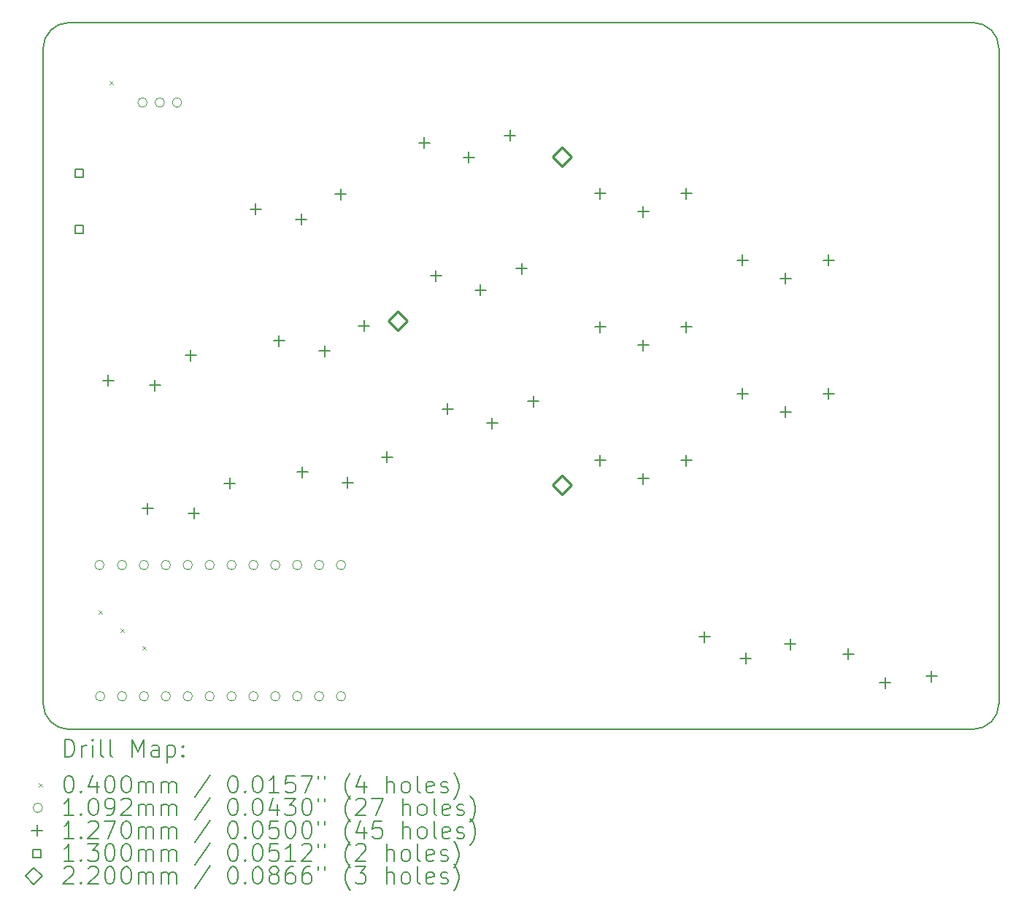
<source format=gbr>
%FSLAX45Y45*%
G04 Gerber Fmt 4.5, Leading zero omitted, Abs format (unit mm)*
G04 Created by KiCad (PCBNEW (6.0.4-0)) date 2022-06-15 11:12:56*
%MOMM*%
%LPD*%
G01*
G04 APERTURE LIST*
%TA.AperFunction,Profile*%
%ADD10C,0.150000*%
%TD*%
%ADD11C,0.200000*%
%ADD12C,0.040000*%
%ADD13C,0.109220*%
%ADD14C,0.127000*%
%ADD15C,0.130000*%
%ADD16C,0.220000*%
G04 APERTURE END LIST*
D10*
X19450634Y-5704187D02*
X29937965Y-5704187D01*
X30237973Y-6004187D02*
G75*
G03*
X29937965Y-5704187I-300003J-3D01*
G01*
X29937965Y-13909590D02*
X19450634Y-13909590D01*
X30237965Y-6004187D02*
X30237965Y-13609590D01*
X29937965Y-13909585D02*
G75*
G03*
X30237965Y-13609590I5J299995D01*
G01*
X19150640Y-13609590D02*
G75*
G03*
X19450634Y-13909590I299990J-10D01*
G01*
X19450634Y-5704184D02*
G75*
G03*
X19150634Y-6004187I6J-300006D01*
G01*
X19150634Y-13609590D02*
X19150634Y-6004187D01*
D11*
D12*
X19792000Y-12527600D02*
X19832000Y-12567600D01*
X19832000Y-12527600D02*
X19792000Y-12567600D01*
X19920906Y-6381347D02*
X19960906Y-6421347D01*
X19960906Y-6381347D02*
X19920906Y-6421347D01*
X20046000Y-12743500D02*
X20086000Y-12783500D01*
X20086000Y-12743500D02*
X20046000Y-12783500D01*
X20300000Y-12946700D02*
X20340000Y-12986700D01*
X20340000Y-12946700D02*
X20300000Y-12986700D01*
D13*
X19858235Y-12001500D02*
G75*
G03*
X19858235Y-12001500I-54610J0D01*
G01*
X19866610Y-13525500D02*
G75*
G03*
X19866610Y-13525500I-54610J0D01*
G01*
X20120610Y-12001500D02*
G75*
G03*
X20120610Y-12001500I-54610J0D01*
G01*
X20120610Y-13525500D02*
G75*
G03*
X20120610Y-13525500I-54610J0D01*
G01*
X20358145Y-6632412D02*
G75*
G03*
X20358145Y-6632412I-54610J0D01*
G01*
X20374610Y-12001500D02*
G75*
G03*
X20374610Y-12001500I-54610J0D01*
G01*
X20374610Y-13525500D02*
G75*
G03*
X20374610Y-13525500I-54610J0D01*
G01*
X20558145Y-6632412D02*
G75*
G03*
X20558145Y-6632412I-54610J0D01*
G01*
X20628610Y-12001500D02*
G75*
G03*
X20628610Y-12001500I-54610J0D01*
G01*
X20628610Y-13525500D02*
G75*
G03*
X20628610Y-13525500I-54610J0D01*
G01*
X20758145Y-6632412D02*
G75*
G03*
X20758145Y-6632412I-54610J0D01*
G01*
X20882610Y-12001500D02*
G75*
G03*
X20882610Y-12001500I-54610J0D01*
G01*
X20882610Y-13525500D02*
G75*
G03*
X20882610Y-13525500I-54610J0D01*
G01*
X21136610Y-12001500D02*
G75*
G03*
X21136610Y-12001500I-54610J0D01*
G01*
X21136610Y-13525500D02*
G75*
G03*
X21136610Y-13525500I-54610J0D01*
G01*
X21390610Y-12001500D02*
G75*
G03*
X21390610Y-12001500I-54610J0D01*
G01*
X21390610Y-13525500D02*
G75*
G03*
X21390610Y-13525500I-54610J0D01*
G01*
X21644610Y-12001500D02*
G75*
G03*
X21644610Y-12001500I-54610J0D01*
G01*
X21644610Y-13525500D02*
G75*
G03*
X21644610Y-13525500I-54610J0D01*
G01*
X21898610Y-12001500D02*
G75*
G03*
X21898610Y-12001500I-54610J0D01*
G01*
X21898610Y-13525500D02*
G75*
G03*
X21898610Y-13525500I-54610J0D01*
G01*
X22152610Y-12001500D02*
G75*
G03*
X22152610Y-12001500I-54610J0D01*
G01*
X22152610Y-13525500D02*
G75*
G03*
X22152610Y-13525500I-54610J0D01*
G01*
X22406610Y-12001500D02*
G75*
G03*
X22406610Y-12001500I-54610J0D01*
G01*
X22406610Y-13525500D02*
G75*
G03*
X22406610Y-13525500I-54610J0D01*
G01*
X22660610Y-12001500D02*
G75*
G03*
X22660610Y-12001500I-54610J0D01*
G01*
X22660610Y-13525500D02*
G75*
G03*
X22660610Y-13525500I-54610J0D01*
G01*
D14*
X19907392Y-9797797D02*
X19907392Y-9924797D01*
X19843892Y-9861297D02*
X19970892Y-9861297D01*
X20360568Y-11280069D02*
X20360568Y-11407069D01*
X20297068Y-11343569D02*
X20424068Y-11343569D01*
X20446942Y-9852435D02*
X20446942Y-9979435D01*
X20383442Y-9915935D02*
X20510442Y-9915935D01*
X20863697Y-9505425D02*
X20863697Y-9632425D01*
X20800197Y-9568925D02*
X20927197Y-9568925D01*
X20900119Y-11334707D02*
X20900119Y-11461707D01*
X20836619Y-11398207D02*
X20963619Y-11398207D01*
X21316873Y-10987697D02*
X21316873Y-11114697D01*
X21253373Y-11051197D02*
X21380373Y-11051197D01*
X21617360Y-7806660D02*
X21617360Y-7933660D01*
X21553860Y-7870160D02*
X21680860Y-7870160D01*
X21886515Y-9333112D02*
X21886515Y-9460112D01*
X21823015Y-9396612D02*
X21950015Y-9396612D01*
X22146230Y-7926646D02*
X22146230Y-8053646D01*
X22082730Y-7990146D02*
X22209730Y-7990146D01*
X22155670Y-10859564D02*
X22155670Y-10986564D01*
X22092170Y-10923064D02*
X22219170Y-10923064D01*
X22415385Y-9453098D02*
X22415385Y-9580098D01*
X22351885Y-9516598D02*
X22478885Y-9516598D01*
X22602168Y-7633012D02*
X22602168Y-7760012D01*
X22538668Y-7696512D02*
X22665668Y-7696512D01*
X22684540Y-10979550D02*
X22684540Y-11106550D01*
X22621040Y-11043050D02*
X22748040Y-11043050D01*
X22871323Y-9159464D02*
X22871323Y-9286464D01*
X22807823Y-9222964D02*
X22934823Y-9222964D01*
X23140477Y-10685916D02*
X23140477Y-10812916D01*
X23076977Y-10749416D02*
X23203977Y-10749416D01*
X23572245Y-7037834D02*
X23572245Y-7164834D01*
X23508745Y-7101334D02*
X23635745Y-7101334D01*
X23707336Y-8581936D02*
X23707336Y-8708936D01*
X23643836Y-8645436D02*
X23770836Y-8645436D01*
X23842428Y-10126038D02*
X23842428Y-10253038D01*
X23778928Y-10189538D02*
X23905928Y-10189538D01*
X24088645Y-7203457D02*
X24088645Y-7330457D01*
X24025145Y-7266957D02*
X24152145Y-7266957D01*
X24223737Y-8747559D02*
X24223737Y-8874559D01*
X24160237Y-8811059D02*
X24287237Y-8811059D01*
X24358828Y-10291661D02*
X24358828Y-10418661D01*
X24295328Y-10355161D02*
X24422328Y-10355161D01*
X24568440Y-6950679D02*
X24568440Y-7077679D01*
X24504940Y-7014179D02*
X24631940Y-7014179D01*
X24703531Y-8494781D02*
X24703531Y-8621781D01*
X24640031Y-8558281D02*
X24767031Y-8558281D01*
X24838623Y-10038882D02*
X24838623Y-10165882D01*
X24775123Y-10102382D02*
X24902123Y-10102382D01*
X25611200Y-7624700D02*
X25611200Y-7751700D01*
X25547700Y-7688200D02*
X25674700Y-7688200D01*
X25611200Y-9174700D02*
X25611200Y-9301700D01*
X25547700Y-9238200D02*
X25674700Y-9238200D01*
X25611200Y-10724700D02*
X25611200Y-10851700D01*
X25547700Y-10788200D02*
X25674700Y-10788200D01*
X26111200Y-7834700D02*
X26111200Y-7961700D01*
X26047700Y-7898200D02*
X26174700Y-7898200D01*
X26111200Y-9384700D02*
X26111200Y-9511700D01*
X26047700Y-9448200D02*
X26174700Y-9448200D01*
X26111200Y-10934700D02*
X26111200Y-11061700D01*
X26047700Y-10998200D02*
X26174700Y-10998200D01*
X26611200Y-7624700D02*
X26611200Y-7751700D01*
X26547700Y-7688200D02*
X26674700Y-7688200D01*
X26611200Y-9174700D02*
X26611200Y-9301700D01*
X26547700Y-9238200D02*
X26674700Y-9238200D01*
X26611200Y-10724700D02*
X26611200Y-10851700D01*
X26547700Y-10788200D02*
X26674700Y-10788200D01*
X26821881Y-12770482D02*
X26821881Y-12897482D01*
X26758381Y-12833982D02*
X26885381Y-12833982D01*
X27261200Y-8399700D02*
X27261200Y-8526700D01*
X27197700Y-8463200D02*
X27324700Y-8463200D01*
X27261200Y-9949700D02*
X27261200Y-10076700D01*
X27197700Y-10013200D02*
X27324700Y-10013200D01*
X27301676Y-13023261D02*
X27301676Y-13150261D01*
X27238176Y-13086761D02*
X27365176Y-13086761D01*
X27761200Y-8609700D02*
X27761200Y-8736700D01*
X27697700Y-8673200D02*
X27824700Y-8673200D01*
X27761200Y-10159700D02*
X27761200Y-10286700D01*
X27697700Y-10223200D02*
X27824700Y-10223200D01*
X27818076Y-12857638D02*
X27818076Y-12984638D01*
X27754576Y-12921138D02*
X27881576Y-12921138D01*
X28261200Y-8399700D02*
X28261200Y-8526700D01*
X28197700Y-8463200D02*
X28324700Y-8463200D01*
X28261200Y-9949700D02*
X28261200Y-10076700D01*
X28197700Y-10013200D02*
X28324700Y-10013200D01*
X28489178Y-12971059D02*
X28489178Y-13098059D01*
X28425678Y-13034559D02*
X28552678Y-13034559D01*
X28917789Y-13303313D02*
X28917789Y-13430313D01*
X28854289Y-13366813D02*
X28981289Y-13366813D01*
X29455104Y-13229878D02*
X29455104Y-13356878D01*
X29391604Y-13293378D02*
X29518604Y-13293378D01*
D15*
X19616662Y-7500862D02*
X19616662Y-7408938D01*
X19524738Y-7408938D01*
X19524738Y-7500862D01*
X19616662Y-7500862D01*
X19616662Y-8150862D02*
X19616662Y-8058938D01*
X19524738Y-8058938D01*
X19524738Y-8150862D01*
X19616662Y-8150862D01*
D16*
X23266400Y-9279400D02*
X23376400Y-9169400D01*
X23266400Y-9059400D01*
X23156400Y-9169400D01*
X23266400Y-9279400D01*
X25171400Y-7374400D02*
X25281400Y-7264400D01*
X25171400Y-7154400D01*
X25061400Y-7264400D01*
X25171400Y-7374400D01*
X25171400Y-11184400D02*
X25281400Y-11074400D01*
X25171400Y-10964400D01*
X25061400Y-11074400D01*
X25171400Y-11184400D01*
D11*
X19400753Y-14227566D02*
X19400753Y-14027566D01*
X19448372Y-14027566D01*
X19476944Y-14037090D01*
X19495991Y-14056137D01*
X19505515Y-14075185D01*
X19515039Y-14113280D01*
X19515039Y-14141852D01*
X19505515Y-14179947D01*
X19495991Y-14198995D01*
X19476944Y-14218042D01*
X19448372Y-14227566D01*
X19400753Y-14227566D01*
X19600753Y-14227566D02*
X19600753Y-14094233D01*
X19600753Y-14132328D02*
X19610277Y-14113280D01*
X19619801Y-14103756D01*
X19638849Y-14094233D01*
X19657896Y-14094233D01*
X19724563Y-14227566D02*
X19724563Y-14094233D01*
X19724563Y-14027566D02*
X19715039Y-14037090D01*
X19724563Y-14046614D01*
X19734087Y-14037090D01*
X19724563Y-14027566D01*
X19724563Y-14046614D01*
X19848372Y-14227566D02*
X19829325Y-14218042D01*
X19819801Y-14198995D01*
X19819801Y-14027566D01*
X19953134Y-14227566D02*
X19934087Y-14218042D01*
X19924563Y-14198995D01*
X19924563Y-14027566D01*
X20181706Y-14227566D02*
X20181706Y-14027566D01*
X20248372Y-14170423D01*
X20315039Y-14027566D01*
X20315039Y-14227566D01*
X20495991Y-14227566D02*
X20495991Y-14122804D01*
X20486468Y-14103756D01*
X20467420Y-14094233D01*
X20429325Y-14094233D01*
X20410277Y-14103756D01*
X20495991Y-14218042D02*
X20476944Y-14227566D01*
X20429325Y-14227566D01*
X20410277Y-14218042D01*
X20400753Y-14198995D01*
X20400753Y-14179947D01*
X20410277Y-14160899D01*
X20429325Y-14151376D01*
X20476944Y-14151376D01*
X20495991Y-14141852D01*
X20591230Y-14094233D02*
X20591230Y-14294233D01*
X20591230Y-14103756D02*
X20610277Y-14094233D01*
X20648372Y-14094233D01*
X20667420Y-14103756D01*
X20676944Y-14113280D01*
X20686468Y-14132328D01*
X20686468Y-14189471D01*
X20676944Y-14208518D01*
X20667420Y-14218042D01*
X20648372Y-14227566D01*
X20610277Y-14227566D01*
X20591230Y-14218042D01*
X20772182Y-14208518D02*
X20781706Y-14218042D01*
X20772182Y-14227566D01*
X20762658Y-14218042D01*
X20772182Y-14208518D01*
X20772182Y-14227566D01*
X20772182Y-14103756D02*
X20781706Y-14113280D01*
X20772182Y-14122804D01*
X20762658Y-14113280D01*
X20772182Y-14103756D01*
X20772182Y-14122804D01*
D12*
X19103134Y-14537090D02*
X19143134Y-14577090D01*
X19143134Y-14537090D02*
X19103134Y-14577090D01*
D11*
X19438849Y-14447566D02*
X19457896Y-14447566D01*
X19476944Y-14457090D01*
X19486468Y-14466614D01*
X19495991Y-14485661D01*
X19505515Y-14523756D01*
X19505515Y-14571376D01*
X19495991Y-14609471D01*
X19486468Y-14628518D01*
X19476944Y-14638042D01*
X19457896Y-14647566D01*
X19438849Y-14647566D01*
X19419801Y-14638042D01*
X19410277Y-14628518D01*
X19400753Y-14609471D01*
X19391230Y-14571376D01*
X19391230Y-14523756D01*
X19400753Y-14485661D01*
X19410277Y-14466614D01*
X19419801Y-14457090D01*
X19438849Y-14447566D01*
X19591230Y-14628518D02*
X19600753Y-14638042D01*
X19591230Y-14647566D01*
X19581706Y-14638042D01*
X19591230Y-14628518D01*
X19591230Y-14647566D01*
X19772182Y-14514233D02*
X19772182Y-14647566D01*
X19724563Y-14438042D02*
X19676944Y-14580899D01*
X19800753Y-14580899D01*
X19915039Y-14447566D02*
X19934087Y-14447566D01*
X19953134Y-14457090D01*
X19962658Y-14466614D01*
X19972182Y-14485661D01*
X19981706Y-14523756D01*
X19981706Y-14571376D01*
X19972182Y-14609471D01*
X19962658Y-14628518D01*
X19953134Y-14638042D01*
X19934087Y-14647566D01*
X19915039Y-14647566D01*
X19895991Y-14638042D01*
X19886468Y-14628518D01*
X19876944Y-14609471D01*
X19867420Y-14571376D01*
X19867420Y-14523756D01*
X19876944Y-14485661D01*
X19886468Y-14466614D01*
X19895991Y-14457090D01*
X19915039Y-14447566D01*
X20105515Y-14447566D02*
X20124563Y-14447566D01*
X20143610Y-14457090D01*
X20153134Y-14466614D01*
X20162658Y-14485661D01*
X20172182Y-14523756D01*
X20172182Y-14571376D01*
X20162658Y-14609471D01*
X20153134Y-14628518D01*
X20143610Y-14638042D01*
X20124563Y-14647566D01*
X20105515Y-14647566D01*
X20086468Y-14638042D01*
X20076944Y-14628518D01*
X20067420Y-14609471D01*
X20057896Y-14571376D01*
X20057896Y-14523756D01*
X20067420Y-14485661D01*
X20076944Y-14466614D01*
X20086468Y-14457090D01*
X20105515Y-14447566D01*
X20257896Y-14647566D02*
X20257896Y-14514233D01*
X20257896Y-14533280D02*
X20267420Y-14523756D01*
X20286468Y-14514233D01*
X20315039Y-14514233D01*
X20334087Y-14523756D01*
X20343610Y-14542804D01*
X20343610Y-14647566D01*
X20343610Y-14542804D02*
X20353134Y-14523756D01*
X20372182Y-14514233D01*
X20400753Y-14514233D01*
X20419801Y-14523756D01*
X20429325Y-14542804D01*
X20429325Y-14647566D01*
X20524563Y-14647566D02*
X20524563Y-14514233D01*
X20524563Y-14533280D02*
X20534087Y-14523756D01*
X20553134Y-14514233D01*
X20581706Y-14514233D01*
X20600753Y-14523756D01*
X20610277Y-14542804D01*
X20610277Y-14647566D01*
X20610277Y-14542804D02*
X20619801Y-14523756D01*
X20638849Y-14514233D01*
X20667420Y-14514233D01*
X20686468Y-14523756D01*
X20695991Y-14542804D01*
X20695991Y-14647566D01*
X21086468Y-14438042D02*
X20915039Y-14695185D01*
X21343610Y-14447566D02*
X21362658Y-14447566D01*
X21381706Y-14457090D01*
X21391230Y-14466614D01*
X21400753Y-14485661D01*
X21410277Y-14523756D01*
X21410277Y-14571376D01*
X21400753Y-14609471D01*
X21391230Y-14628518D01*
X21381706Y-14638042D01*
X21362658Y-14647566D01*
X21343610Y-14647566D01*
X21324563Y-14638042D01*
X21315039Y-14628518D01*
X21305515Y-14609471D01*
X21295991Y-14571376D01*
X21295991Y-14523756D01*
X21305515Y-14485661D01*
X21315039Y-14466614D01*
X21324563Y-14457090D01*
X21343610Y-14447566D01*
X21495991Y-14628518D02*
X21505515Y-14638042D01*
X21495991Y-14647566D01*
X21486468Y-14638042D01*
X21495991Y-14628518D01*
X21495991Y-14647566D01*
X21629325Y-14447566D02*
X21648372Y-14447566D01*
X21667420Y-14457090D01*
X21676944Y-14466614D01*
X21686468Y-14485661D01*
X21695991Y-14523756D01*
X21695991Y-14571376D01*
X21686468Y-14609471D01*
X21676944Y-14628518D01*
X21667420Y-14638042D01*
X21648372Y-14647566D01*
X21629325Y-14647566D01*
X21610277Y-14638042D01*
X21600753Y-14628518D01*
X21591230Y-14609471D01*
X21581706Y-14571376D01*
X21581706Y-14523756D01*
X21591230Y-14485661D01*
X21600753Y-14466614D01*
X21610277Y-14457090D01*
X21629325Y-14447566D01*
X21886468Y-14647566D02*
X21772182Y-14647566D01*
X21829325Y-14647566D02*
X21829325Y-14447566D01*
X21810277Y-14476137D01*
X21791230Y-14495185D01*
X21772182Y-14504709D01*
X22067420Y-14447566D02*
X21972182Y-14447566D01*
X21962658Y-14542804D01*
X21972182Y-14533280D01*
X21991230Y-14523756D01*
X22038849Y-14523756D01*
X22057896Y-14533280D01*
X22067420Y-14542804D01*
X22076944Y-14561852D01*
X22076944Y-14609471D01*
X22067420Y-14628518D01*
X22057896Y-14638042D01*
X22038849Y-14647566D01*
X21991230Y-14647566D01*
X21972182Y-14638042D01*
X21962658Y-14628518D01*
X22143610Y-14447566D02*
X22276944Y-14447566D01*
X22191230Y-14647566D01*
X22343610Y-14447566D02*
X22343610Y-14485661D01*
X22419801Y-14447566D02*
X22419801Y-14485661D01*
X22715039Y-14723756D02*
X22705515Y-14714233D01*
X22686468Y-14685661D01*
X22676944Y-14666614D01*
X22667420Y-14638042D01*
X22657896Y-14590423D01*
X22657896Y-14552328D01*
X22667420Y-14504709D01*
X22676944Y-14476137D01*
X22686468Y-14457090D01*
X22705515Y-14428518D01*
X22715039Y-14418995D01*
X22876944Y-14514233D02*
X22876944Y-14647566D01*
X22829325Y-14438042D02*
X22781706Y-14580899D01*
X22905515Y-14580899D01*
X23134087Y-14647566D02*
X23134087Y-14447566D01*
X23219801Y-14647566D02*
X23219801Y-14542804D01*
X23210277Y-14523756D01*
X23191229Y-14514233D01*
X23162658Y-14514233D01*
X23143610Y-14523756D01*
X23134087Y-14533280D01*
X23343610Y-14647566D02*
X23324563Y-14638042D01*
X23315039Y-14628518D01*
X23305515Y-14609471D01*
X23305515Y-14552328D01*
X23315039Y-14533280D01*
X23324563Y-14523756D01*
X23343610Y-14514233D01*
X23372182Y-14514233D01*
X23391229Y-14523756D01*
X23400753Y-14533280D01*
X23410277Y-14552328D01*
X23410277Y-14609471D01*
X23400753Y-14628518D01*
X23391229Y-14638042D01*
X23372182Y-14647566D01*
X23343610Y-14647566D01*
X23524563Y-14647566D02*
X23505515Y-14638042D01*
X23495991Y-14618995D01*
X23495991Y-14447566D01*
X23676944Y-14638042D02*
X23657896Y-14647566D01*
X23619801Y-14647566D01*
X23600753Y-14638042D01*
X23591229Y-14618995D01*
X23591229Y-14542804D01*
X23600753Y-14523756D01*
X23619801Y-14514233D01*
X23657896Y-14514233D01*
X23676944Y-14523756D01*
X23686468Y-14542804D01*
X23686468Y-14561852D01*
X23591229Y-14580899D01*
X23762658Y-14638042D02*
X23781706Y-14647566D01*
X23819801Y-14647566D01*
X23838848Y-14638042D01*
X23848372Y-14618995D01*
X23848372Y-14609471D01*
X23838848Y-14590423D01*
X23819801Y-14580899D01*
X23791229Y-14580899D01*
X23772182Y-14571376D01*
X23762658Y-14552328D01*
X23762658Y-14542804D01*
X23772182Y-14523756D01*
X23791229Y-14514233D01*
X23819801Y-14514233D01*
X23838848Y-14523756D01*
X23915039Y-14723756D02*
X23924563Y-14714233D01*
X23943610Y-14685661D01*
X23953134Y-14666614D01*
X23962658Y-14638042D01*
X23972182Y-14590423D01*
X23972182Y-14552328D01*
X23962658Y-14504709D01*
X23953134Y-14476137D01*
X23943610Y-14457090D01*
X23924563Y-14428518D01*
X23915039Y-14418995D01*
D13*
X19143134Y-14821090D02*
G75*
G03*
X19143134Y-14821090I-54610J0D01*
G01*
D11*
X19505515Y-14911566D02*
X19391230Y-14911566D01*
X19448372Y-14911566D02*
X19448372Y-14711566D01*
X19429325Y-14740137D01*
X19410277Y-14759185D01*
X19391230Y-14768709D01*
X19591230Y-14892518D02*
X19600753Y-14902042D01*
X19591230Y-14911566D01*
X19581706Y-14902042D01*
X19591230Y-14892518D01*
X19591230Y-14911566D01*
X19724563Y-14711566D02*
X19743610Y-14711566D01*
X19762658Y-14721090D01*
X19772182Y-14730614D01*
X19781706Y-14749661D01*
X19791230Y-14787756D01*
X19791230Y-14835376D01*
X19781706Y-14873471D01*
X19772182Y-14892518D01*
X19762658Y-14902042D01*
X19743610Y-14911566D01*
X19724563Y-14911566D01*
X19705515Y-14902042D01*
X19695991Y-14892518D01*
X19686468Y-14873471D01*
X19676944Y-14835376D01*
X19676944Y-14787756D01*
X19686468Y-14749661D01*
X19695991Y-14730614D01*
X19705515Y-14721090D01*
X19724563Y-14711566D01*
X19886468Y-14911566D02*
X19924563Y-14911566D01*
X19943610Y-14902042D01*
X19953134Y-14892518D01*
X19972182Y-14863947D01*
X19981706Y-14825852D01*
X19981706Y-14749661D01*
X19972182Y-14730614D01*
X19962658Y-14721090D01*
X19943610Y-14711566D01*
X19905515Y-14711566D01*
X19886468Y-14721090D01*
X19876944Y-14730614D01*
X19867420Y-14749661D01*
X19867420Y-14797280D01*
X19876944Y-14816328D01*
X19886468Y-14825852D01*
X19905515Y-14835376D01*
X19943610Y-14835376D01*
X19962658Y-14825852D01*
X19972182Y-14816328D01*
X19981706Y-14797280D01*
X20057896Y-14730614D02*
X20067420Y-14721090D01*
X20086468Y-14711566D01*
X20134087Y-14711566D01*
X20153134Y-14721090D01*
X20162658Y-14730614D01*
X20172182Y-14749661D01*
X20172182Y-14768709D01*
X20162658Y-14797280D01*
X20048372Y-14911566D01*
X20172182Y-14911566D01*
X20257896Y-14911566D02*
X20257896Y-14778233D01*
X20257896Y-14797280D02*
X20267420Y-14787756D01*
X20286468Y-14778233D01*
X20315039Y-14778233D01*
X20334087Y-14787756D01*
X20343610Y-14806804D01*
X20343610Y-14911566D01*
X20343610Y-14806804D02*
X20353134Y-14787756D01*
X20372182Y-14778233D01*
X20400753Y-14778233D01*
X20419801Y-14787756D01*
X20429325Y-14806804D01*
X20429325Y-14911566D01*
X20524563Y-14911566D02*
X20524563Y-14778233D01*
X20524563Y-14797280D02*
X20534087Y-14787756D01*
X20553134Y-14778233D01*
X20581706Y-14778233D01*
X20600753Y-14787756D01*
X20610277Y-14806804D01*
X20610277Y-14911566D01*
X20610277Y-14806804D02*
X20619801Y-14787756D01*
X20638849Y-14778233D01*
X20667420Y-14778233D01*
X20686468Y-14787756D01*
X20695991Y-14806804D01*
X20695991Y-14911566D01*
X21086468Y-14702042D02*
X20915039Y-14959185D01*
X21343610Y-14711566D02*
X21362658Y-14711566D01*
X21381706Y-14721090D01*
X21391230Y-14730614D01*
X21400753Y-14749661D01*
X21410277Y-14787756D01*
X21410277Y-14835376D01*
X21400753Y-14873471D01*
X21391230Y-14892518D01*
X21381706Y-14902042D01*
X21362658Y-14911566D01*
X21343610Y-14911566D01*
X21324563Y-14902042D01*
X21315039Y-14892518D01*
X21305515Y-14873471D01*
X21295991Y-14835376D01*
X21295991Y-14787756D01*
X21305515Y-14749661D01*
X21315039Y-14730614D01*
X21324563Y-14721090D01*
X21343610Y-14711566D01*
X21495991Y-14892518D02*
X21505515Y-14902042D01*
X21495991Y-14911566D01*
X21486468Y-14902042D01*
X21495991Y-14892518D01*
X21495991Y-14911566D01*
X21629325Y-14711566D02*
X21648372Y-14711566D01*
X21667420Y-14721090D01*
X21676944Y-14730614D01*
X21686468Y-14749661D01*
X21695991Y-14787756D01*
X21695991Y-14835376D01*
X21686468Y-14873471D01*
X21676944Y-14892518D01*
X21667420Y-14902042D01*
X21648372Y-14911566D01*
X21629325Y-14911566D01*
X21610277Y-14902042D01*
X21600753Y-14892518D01*
X21591230Y-14873471D01*
X21581706Y-14835376D01*
X21581706Y-14787756D01*
X21591230Y-14749661D01*
X21600753Y-14730614D01*
X21610277Y-14721090D01*
X21629325Y-14711566D01*
X21867420Y-14778233D02*
X21867420Y-14911566D01*
X21819801Y-14702042D02*
X21772182Y-14844899D01*
X21895991Y-14844899D01*
X21953134Y-14711566D02*
X22076944Y-14711566D01*
X22010277Y-14787756D01*
X22038849Y-14787756D01*
X22057896Y-14797280D01*
X22067420Y-14806804D01*
X22076944Y-14825852D01*
X22076944Y-14873471D01*
X22067420Y-14892518D01*
X22057896Y-14902042D01*
X22038849Y-14911566D01*
X21981706Y-14911566D01*
X21962658Y-14902042D01*
X21953134Y-14892518D01*
X22200753Y-14711566D02*
X22219801Y-14711566D01*
X22238849Y-14721090D01*
X22248372Y-14730614D01*
X22257896Y-14749661D01*
X22267420Y-14787756D01*
X22267420Y-14835376D01*
X22257896Y-14873471D01*
X22248372Y-14892518D01*
X22238849Y-14902042D01*
X22219801Y-14911566D01*
X22200753Y-14911566D01*
X22181706Y-14902042D01*
X22172182Y-14892518D01*
X22162658Y-14873471D01*
X22153134Y-14835376D01*
X22153134Y-14787756D01*
X22162658Y-14749661D01*
X22172182Y-14730614D01*
X22181706Y-14721090D01*
X22200753Y-14711566D01*
X22343610Y-14711566D02*
X22343610Y-14749661D01*
X22419801Y-14711566D02*
X22419801Y-14749661D01*
X22715039Y-14987756D02*
X22705515Y-14978233D01*
X22686468Y-14949661D01*
X22676944Y-14930614D01*
X22667420Y-14902042D01*
X22657896Y-14854423D01*
X22657896Y-14816328D01*
X22667420Y-14768709D01*
X22676944Y-14740137D01*
X22686468Y-14721090D01*
X22705515Y-14692518D01*
X22715039Y-14682995D01*
X22781706Y-14730614D02*
X22791229Y-14721090D01*
X22810277Y-14711566D01*
X22857896Y-14711566D01*
X22876944Y-14721090D01*
X22886468Y-14730614D01*
X22895991Y-14749661D01*
X22895991Y-14768709D01*
X22886468Y-14797280D01*
X22772182Y-14911566D01*
X22895991Y-14911566D01*
X22962658Y-14711566D02*
X23095991Y-14711566D01*
X23010277Y-14911566D01*
X23324563Y-14911566D02*
X23324563Y-14711566D01*
X23410277Y-14911566D02*
X23410277Y-14806804D01*
X23400753Y-14787756D01*
X23381706Y-14778233D01*
X23353134Y-14778233D01*
X23334087Y-14787756D01*
X23324563Y-14797280D01*
X23534087Y-14911566D02*
X23515039Y-14902042D01*
X23505515Y-14892518D01*
X23495991Y-14873471D01*
X23495991Y-14816328D01*
X23505515Y-14797280D01*
X23515039Y-14787756D01*
X23534087Y-14778233D01*
X23562658Y-14778233D01*
X23581706Y-14787756D01*
X23591229Y-14797280D01*
X23600753Y-14816328D01*
X23600753Y-14873471D01*
X23591229Y-14892518D01*
X23581706Y-14902042D01*
X23562658Y-14911566D01*
X23534087Y-14911566D01*
X23715039Y-14911566D02*
X23695991Y-14902042D01*
X23686468Y-14882995D01*
X23686468Y-14711566D01*
X23867420Y-14902042D02*
X23848372Y-14911566D01*
X23810277Y-14911566D01*
X23791229Y-14902042D01*
X23781706Y-14882995D01*
X23781706Y-14806804D01*
X23791229Y-14787756D01*
X23810277Y-14778233D01*
X23848372Y-14778233D01*
X23867420Y-14787756D01*
X23876944Y-14806804D01*
X23876944Y-14825852D01*
X23781706Y-14844899D01*
X23953134Y-14902042D02*
X23972182Y-14911566D01*
X24010277Y-14911566D01*
X24029325Y-14902042D01*
X24038848Y-14882995D01*
X24038848Y-14873471D01*
X24029325Y-14854423D01*
X24010277Y-14844899D01*
X23981706Y-14844899D01*
X23962658Y-14835376D01*
X23953134Y-14816328D01*
X23953134Y-14806804D01*
X23962658Y-14787756D01*
X23981706Y-14778233D01*
X24010277Y-14778233D01*
X24029325Y-14787756D01*
X24105515Y-14987756D02*
X24115039Y-14978233D01*
X24134087Y-14949661D01*
X24143610Y-14930614D01*
X24153134Y-14902042D01*
X24162658Y-14854423D01*
X24162658Y-14816328D01*
X24153134Y-14768709D01*
X24143610Y-14740137D01*
X24134087Y-14721090D01*
X24115039Y-14692518D01*
X24105515Y-14682995D01*
D14*
X19079634Y-15021590D02*
X19079634Y-15148590D01*
X19016134Y-15085090D02*
X19143134Y-15085090D01*
D11*
X19505515Y-15175566D02*
X19391230Y-15175566D01*
X19448372Y-15175566D02*
X19448372Y-14975566D01*
X19429325Y-15004137D01*
X19410277Y-15023185D01*
X19391230Y-15032709D01*
X19591230Y-15156518D02*
X19600753Y-15166042D01*
X19591230Y-15175566D01*
X19581706Y-15166042D01*
X19591230Y-15156518D01*
X19591230Y-15175566D01*
X19676944Y-14994614D02*
X19686468Y-14985090D01*
X19705515Y-14975566D01*
X19753134Y-14975566D01*
X19772182Y-14985090D01*
X19781706Y-14994614D01*
X19791230Y-15013661D01*
X19791230Y-15032709D01*
X19781706Y-15061280D01*
X19667420Y-15175566D01*
X19791230Y-15175566D01*
X19857896Y-14975566D02*
X19991230Y-14975566D01*
X19905515Y-15175566D01*
X20105515Y-14975566D02*
X20124563Y-14975566D01*
X20143610Y-14985090D01*
X20153134Y-14994614D01*
X20162658Y-15013661D01*
X20172182Y-15051756D01*
X20172182Y-15099376D01*
X20162658Y-15137471D01*
X20153134Y-15156518D01*
X20143610Y-15166042D01*
X20124563Y-15175566D01*
X20105515Y-15175566D01*
X20086468Y-15166042D01*
X20076944Y-15156518D01*
X20067420Y-15137471D01*
X20057896Y-15099376D01*
X20057896Y-15051756D01*
X20067420Y-15013661D01*
X20076944Y-14994614D01*
X20086468Y-14985090D01*
X20105515Y-14975566D01*
X20257896Y-15175566D02*
X20257896Y-15042233D01*
X20257896Y-15061280D02*
X20267420Y-15051756D01*
X20286468Y-15042233D01*
X20315039Y-15042233D01*
X20334087Y-15051756D01*
X20343610Y-15070804D01*
X20343610Y-15175566D01*
X20343610Y-15070804D02*
X20353134Y-15051756D01*
X20372182Y-15042233D01*
X20400753Y-15042233D01*
X20419801Y-15051756D01*
X20429325Y-15070804D01*
X20429325Y-15175566D01*
X20524563Y-15175566D02*
X20524563Y-15042233D01*
X20524563Y-15061280D02*
X20534087Y-15051756D01*
X20553134Y-15042233D01*
X20581706Y-15042233D01*
X20600753Y-15051756D01*
X20610277Y-15070804D01*
X20610277Y-15175566D01*
X20610277Y-15070804D02*
X20619801Y-15051756D01*
X20638849Y-15042233D01*
X20667420Y-15042233D01*
X20686468Y-15051756D01*
X20695991Y-15070804D01*
X20695991Y-15175566D01*
X21086468Y-14966042D02*
X20915039Y-15223185D01*
X21343610Y-14975566D02*
X21362658Y-14975566D01*
X21381706Y-14985090D01*
X21391230Y-14994614D01*
X21400753Y-15013661D01*
X21410277Y-15051756D01*
X21410277Y-15099376D01*
X21400753Y-15137471D01*
X21391230Y-15156518D01*
X21381706Y-15166042D01*
X21362658Y-15175566D01*
X21343610Y-15175566D01*
X21324563Y-15166042D01*
X21315039Y-15156518D01*
X21305515Y-15137471D01*
X21295991Y-15099376D01*
X21295991Y-15051756D01*
X21305515Y-15013661D01*
X21315039Y-14994614D01*
X21324563Y-14985090D01*
X21343610Y-14975566D01*
X21495991Y-15156518D02*
X21505515Y-15166042D01*
X21495991Y-15175566D01*
X21486468Y-15166042D01*
X21495991Y-15156518D01*
X21495991Y-15175566D01*
X21629325Y-14975566D02*
X21648372Y-14975566D01*
X21667420Y-14985090D01*
X21676944Y-14994614D01*
X21686468Y-15013661D01*
X21695991Y-15051756D01*
X21695991Y-15099376D01*
X21686468Y-15137471D01*
X21676944Y-15156518D01*
X21667420Y-15166042D01*
X21648372Y-15175566D01*
X21629325Y-15175566D01*
X21610277Y-15166042D01*
X21600753Y-15156518D01*
X21591230Y-15137471D01*
X21581706Y-15099376D01*
X21581706Y-15051756D01*
X21591230Y-15013661D01*
X21600753Y-14994614D01*
X21610277Y-14985090D01*
X21629325Y-14975566D01*
X21876944Y-14975566D02*
X21781706Y-14975566D01*
X21772182Y-15070804D01*
X21781706Y-15061280D01*
X21800753Y-15051756D01*
X21848372Y-15051756D01*
X21867420Y-15061280D01*
X21876944Y-15070804D01*
X21886468Y-15089852D01*
X21886468Y-15137471D01*
X21876944Y-15156518D01*
X21867420Y-15166042D01*
X21848372Y-15175566D01*
X21800753Y-15175566D01*
X21781706Y-15166042D01*
X21772182Y-15156518D01*
X22010277Y-14975566D02*
X22029325Y-14975566D01*
X22048372Y-14985090D01*
X22057896Y-14994614D01*
X22067420Y-15013661D01*
X22076944Y-15051756D01*
X22076944Y-15099376D01*
X22067420Y-15137471D01*
X22057896Y-15156518D01*
X22048372Y-15166042D01*
X22029325Y-15175566D01*
X22010277Y-15175566D01*
X21991230Y-15166042D01*
X21981706Y-15156518D01*
X21972182Y-15137471D01*
X21962658Y-15099376D01*
X21962658Y-15051756D01*
X21972182Y-15013661D01*
X21981706Y-14994614D01*
X21991230Y-14985090D01*
X22010277Y-14975566D01*
X22200753Y-14975566D02*
X22219801Y-14975566D01*
X22238849Y-14985090D01*
X22248372Y-14994614D01*
X22257896Y-15013661D01*
X22267420Y-15051756D01*
X22267420Y-15099376D01*
X22257896Y-15137471D01*
X22248372Y-15156518D01*
X22238849Y-15166042D01*
X22219801Y-15175566D01*
X22200753Y-15175566D01*
X22181706Y-15166042D01*
X22172182Y-15156518D01*
X22162658Y-15137471D01*
X22153134Y-15099376D01*
X22153134Y-15051756D01*
X22162658Y-15013661D01*
X22172182Y-14994614D01*
X22181706Y-14985090D01*
X22200753Y-14975566D01*
X22343610Y-14975566D02*
X22343610Y-15013661D01*
X22419801Y-14975566D02*
X22419801Y-15013661D01*
X22715039Y-15251756D02*
X22705515Y-15242233D01*
X22686468Y-15213661D01*
X22676944Y-15194614D01*
X22667420Y-15166042D01*
X22657896Y-15118423D01*
X22657896Y-15080328D01*
X22667420Y-15032709D01*
X22676944Y-15004137D01*
X22686468Y-14985090D01*
X22705515Y-14956518D01*
X22715039Y-14946995D01*
X22876944Y-15042233D02*
X22876944Y-15175566D01*
X22829325Y-14966042D02*
X22781706Y-15108899D01*
X22905515Y-15108899D01*
X23076944Y-14975566D02*
X22981706Y-14975566D01*
X22972182Y-15070804D01*
X22981706Y-15061280D01*
X23000753Y-15051756D01*
X23048372Y-15051756D01*
X23067420Y-15061280D01*
X23076944Y-15070804D01*
X23086468Y-15089852D01*
X23086468Y-15137471D01*
X23076944Y-15156518D01*
X23067420Y-15166042D01*
X23048372Y-15175566D01*
X23000753Y-15175566D01*
X22981706Y-15166042D01*
X22972182Y-15156518D01*
X23324563Y-15175566D02*
X23324563Y-14975566D01*
X23410277Y-15175566D02*
X23410277Y-15070804D01*
X23400753Y-15051756D01*
X23381706Y-15042233D01*
X23353134Y-15042233D01*
X23334087Y-15051756D01*
X23324563Y-15061280D01*
X23534087Y-15175566D02*
X23515039Y-15166042D01*
X23505515Y-15156518D01*
X23495991Y-15137471D01*
X23495991Y-15080328D01*
X23505515Y-15061280D01*
X23515039Y-15051756D01*
X23534087Y-15042233D01*
X23562658Y-15042233D01*
X23581706Y-15051756D01*
X23591229Y-15061280D01*
X23600753Y-15080328D01*
X23600753Y-15137471D01*
X23591229Y-15156518D01*
X23581706Y-15166042D01*
X23562658Y-15175566D01*
X23534087Y-15175566D01*
X23715039Y-15175566D02*
X23695991Y-15166042D01*
X23686468Y-15146995D01*
X23686468Y-14975566D01*
X23867420Y-15166042D02*
X23848372Y-15175566D01*
X23810277Y-15175566D01*
X23791229Y-15166042D01*
X23781706Y-15146995D01*
X23781706Y-15070804D01*
X23791229Y-15051756D01*
X23810277Y-15042233D01*
X23848372Y-15042233D01*
X23867420Y-15051756D01*
X23876944Y-15070804D01*
X23876944Y-15089852D01*
X23781706Y-15108899D01*
X23953134Y-15166042D02*
X23972182Y-15175566D01*
X24010277Y-15175566D01*
X24029325Y-15166042D01*
X24038848Y-15146995D01*
X24038848Y-15137471D01*
X24029325Y-15118423D01*
X24010277Y-15108899D01*
X23981706Y-15108899D01*
X23962658Y-15099376D01*
X23953134Y-15080328D01*
X23953134Y-15070804D01*
X23962658Y-15051756D01*
X23981706Y-15042233D01*
X24010277Y-15042233D01*
X24029325Y-15051756D01*
X24105515Y-15251756D02*
X24115039Y-15242233D01*
X24134087Y-15213661D01*
X24143610Y-15194614D01*
X24153134Y-15166042D01*
X24162658Y-15118423D01*
X24162658Y-15080328D01*
X24153134Y-15032709D01*
X24143610Y-15004137D01*
X24134087Y-14985090D01*
X24115039Y-14956518D01*
X24105515Y-14946995D01*
D15*
X19124097Y-15395052D02*
X19124097Y-15303127D01*
X19032172Y-15303127D01*
X19032172Y-15395052D01*
X19124097Y-15395052D01*
D11*
X19505515Y-15439566D02*
X19391230Y-15439566D01*
X19448372Y-15439566D02*
X19448372Y-15239566D01*
X19429325Y-15268137D01*
X19410277Y-15287185D01*
X19391230Y-15296709D01*
X19591230Y-15420518D02*
X19600753Y-15430042D01*
X19591230Y-15439566D01*
X19581706Y-15430042D01*
X19591230Y-15420518D01*
X19591230Y-15439566D01*
X19667420Y-15239566D02*
X19791230Y-15239566D01*
X19724563Y-15315756D01*
X19753134Y-15315756D01*
X19772182Y-15325280D01*
X19781706Y-15334804D01*
X19791230Y-15353852D01*
X19791230Y-15401471D01*
X19781706Y-15420518D01*
X19772182Y-15430042D01*
X19753134Y-15439566D01*
X19695991Y-15439566D01*
X19676944Y-15430042D01*
X19667420Y-15420518D01*
X19915039Y-15239566D02*
X19934087Y-15239566D01*
X19953134Y-15249090D01*
X19962658Y-15258614D01*
X19972182Y-15277661D01*
X19981706Y-15315756D01*
X19981706Y-15363376D01*
X19972182Y-15401471D01*
X19962658Y-15420518D01*
X19953134Y-15430042D01*
X19934087Y-15439566D01*
X19915039Y-15439566D01*
X19895991Y-15430042D01*
X19886468Y-15420518D01*
X19876944Y-15401471D01*
X19867420Y-15363376D01*
X19867420Y-15315756D01*
X19876944Y-15277661D01*
X19886468Y-15258614D01*
X19895991Y-15249090D01*
X19915039Y-15239566D01*
X20105515Y-15239566D02*
X20124563Y-15239566D01*
X20143610Y-15249090D01*
X20153134Y-15258614D01*
X20162658Y-15277661D01*
X20172182Y-15315756D01*
X20172182Y-15363376D01*
X20162658Y-15401471D01*
X20153134Y-15420518D01*
X20143610Y-15430042D01*
X20124563Y-15439566D01*
X20105515Y-15439566D01*
X20086468Y-15430042D01*
X20076944Y-15420518D01*
X20067420Y-15401471D01*
X20057896Y-15363376D01*
X20057896Y-15315756D01*
X20067420Y-15277661D01*
X20076944Y-15258614D01*
X20086468Y-15249090D01*
X20105515Y-15239566D01*
X20257896Y-15439566D02*
X20257896Y-15306233D01*
X20257896Y-15325280D02*
X20267420Y-15315756D01*
X20286468Y-15306233D01*
X20315039Y-15306233D01*
X20334087Y-15315756D01*
X20343610Y-15334804D01*
X20343610Y-15439566D01*
X20343610Y-15334804D02*
X20353134Y-15315756D01*
X20372182Y-15306233D01*
X20400753Y-15306233D01*
X20419801Y-15315756D01*
X20429325Y-15334804D01*
X20429325Y-15439566D01*
X20524563Y-15439566D02*
X20524563Y-15306233D01*
X20524563Y-15325280D02*
X20534087Y-15315756D01*
X20553134Y-15306233D01*
X20581706Y-15306233D01*
X20600753Y-15315756D01*
X20610277Y-15334804D01*
X20610277Y-15439566D01*
X20610277Y-15334804D02*
X20619801Y-15315756D01*
X20638849Y-15306233D01*
X20667420Y-15306233D01*
X20686468Y-15315756D01*
X20695991Y-15334804D01*
X20695991Y-15439566D01*
X21086468Y-15230042D02*
X20915039Y-15487185D01*
X21343610Y-15239566D02*
X21362658Y-15239566D01*
X21381706Y-15249090D01*
X21391230Y-15258614D01*
X21400753Y-15277661D01*
X21410277Y-15315756D01*
X21410277Y-15363376D01*
X21400753Y-15401471D01*
X21391230Y-15420518D01*
X21381706Y-15430042D01*
X21362658Y-15439566D01*
X21343610Y-15439566D01*
X21324563Y-15430042D01*
X21315039Y-15420518D01*
X21305515Y-15401471D01*
X21295991Y-15363376D01*
X21295991Y-15315756D01*
X21305515Y-15277661D01*
X21315039Y-15258614D01*
X21324563Y-15249090D01*
X21343610Y-15239566D01*
X21495991Y-15420518D02*
X21505515Y-15430042D01*
X21495991Y-15439566D01*
X21486468Y-15430042D01*
X21495991Y-15420518D01*
X21495991Y-15439566D01*
X21629325Y-15239566D02*
X21648372Y-15239566D01*
X21667420Y-15249090D01*
X21676944Y-15258614D01*
X21686468Y-15277661D01*
X21695991Y-15315756D01*
X21695991Y-15363376D01*
X21686468Y-15401471D01*
X21676944Y-15420518D01*
X21667420Y-15430042D01*
X21648372Y-15439566D01*
X21629325Y-15439566D01*
X21610277Y-15430042D01*
X21600753Y-15420518D01*
X21591230Y-15401471D01*
X21581706Y-15363376D01*
X21581706Y-15315756D01*
X21591230Y-15277661D01*
X21600753Y-15258614D01*
X21610277Y-15249090D01*
X21629325Y-15239566D01*
X21876944Y-15239566D02*
X21781706Y-15239566D01*
X21772182Y-15334804D01*
X21781706Y-15325280D01*
X21800753Y-15315756D01*
X21848372Y-15315756D01*
X21867420Y-15325280D01*
X21876944Y-15334804D01*
X21886468Y-15353852D01*
X21886468Y-15401471D01*
X21876944Y-15420518D01*
X21867420Y-15430042D01*
X21848372Y-15439566D01*
X21800753Y-15439566D01*
X21781706Y-15430042D01*
X21772182Y-15420518D01*
X22076944Y-15439566D02*
X21962658Y-15439566D01*
X22019801Y-15439566D02*
X22019801Y-15239566D01*
X22000753Y-15268137D01*
X21981706Y-15287185D01*
X21962658Y-15296709D01*
X22153134Y-15258614D02*
X22162658Y-15249090D01*
X22181706Y-15239566D01*
X22229325Y-15239566D01*
X22248372Y-15249090D01*
X22257896Y-15258614D01*
X22267420Y-15277661D01*
X22267420Y-15296709D01*
X22257896Y-15325280D01*
X22143610Y-15439566D01*
X22267420Y-15439566D01*
X22343610Y-15239566D02*
X22343610Y-15277661D01*
X22419801Y-15239566D02*
X22419801Y-15277661D01*
X22715039Y-15515756D02*
X22705515Y-15506233D01*
X22686468Y-15477661D01*
X22676944Y-15458614D01*
X22667420Y-15430042D01*
X22657896Y-15382423D01*
X22657896Y-15344328D01*
X22667420Y-15296709D01*
X22676944Y-15268137D01*
X22686468Y-15249090D01*
X22705515Y-15220518D01*
X22715039Y-15210995D01*
X22781706Y-15258614D02*
X22791229Y-15249090D01*
X22810277Y-15239566D01*
X22857896Y-15239566D01*
X22876944Y-15249090D01*
X22886468Y-15258614D01*
X22895991Y-15277661D01*
X22895991Y-15296709D01*
X22886468Y-15325280D01*
X22772182Y-15439566D01*
X22895991Y-15439566D01*
X23134087Y-15439566D02*
X23134087Y-15239566D01*
X23219801Y-15439566D02*
X23219801Y-15334804D01*
X23210277Y-15315756D01*
X23191229Y-15306233D01*
X23162658Y-15306233D01*
X23143610Y-15315756D01*
X23134087Y-15325280D01*
X23343610Y-15439566D02*
X23324563Y-15430042D01*
X23315039Y-15420518D01*
X23305515Y-15401471D01*
X23305515Y-15344328D01*
X23315039Y-15325280D01*
X23324563Y-15315756D01*
X23343610Y-15306233D01*
X23372182Y-15306233D01*
X23391229Y-15315756D01*
X23400753Y-15325280D01*
X23410277Y-15344328D01*
X23410277Y-15401471D01*
X23400753Y-15420518D01*
X23391229Y-15430042D01*
X23372182Y-15439566D01*
X23343610Y-15439566D01*
X23524563Y-15439566D02*
X23505515Y-15430042D01*
X23495991Y-15410995D01*
X23495991Y-15239566D01*
X23676944Y-15430042D02*
X23657896Y-15439566D01*
X23619801Y-15439566D01*
X23600753Y-15430042D01*
X23591229Y-15410995D01*
X23591229Y-15334804D01*
X23600753Y-15315756D01*
X23619801Y-15306233D01*
X23657896Y-15306233D01*
X23676944Y-15315756D01*
X23686468Y-15334804D01*
X23686468Y-15353852D01*
X23591229Y-15372899D01*
X23762658Y-15430042D02*
X23781706Y-15439566D01*
X23819801Y-15439566D01*
X23838848Y-15430042D01*
X23848372Y-15410995D01*
X23848372Y-15401471D01*
X23838848Y-15382423D01*
X23819801Y-15372899D01*
X23791229Y-15372899D01*
X23772182Y-15363376D01*
X23762658Y-15344328D01*
X23762658Y-15334804D01*
X23772182Y-15315756D01*
X23791229Y-15306233D01*
X23819801Y-15306233D01*
X23838848Y-15315756D01*
X23915039Y-15515756D02*
X23924563Y-15506233D01*
X23943610Y-15477661D01*
X23953134Y-15458614D01*
X23962658Y-15430042D01*
X23972182Y-15382423D01*
X23972182Y-15344328D01*
X23962658Y-15296709D01*
X23953134Y-15268137D01*
X23943610Y-15249090D01*
X23924563Y-15220518D01*
X23915039Y-15210995D01*
X19043134Y-15713090D02*
X19143134Y-15613090D01*
X19043134Y-15513090D01*
X18943134Y-15613090D01*
X19043134Y-15713090D01*
X19391230Y-15522614D02*
X19400753Y-15513090D01*
X19419801Y-15503566D01*
X19467420Y-15503566D01*
X19486468Y-15513090D01*
X19495991Y-15522614D01*
X19505515Y-15541661D01*
X19505515Y-15560709D01*
X19495991Y-15589280D01*
X19381706Y-15703566D01*
X19505515Y-15703566D01*
X19591230Y-15684518D02*
X19600753Y-15694042D01*
X19591230Y-15703566D01*
X19581706Y-15694042D01*
X19591230Y-15684518D01*
X19591230Y-15703566D01*
X19676944Y-15522614D02*
X19686468Y-15513090D01*
X19705515Y-15503566D01*
X19753134Y-15503566D01*
X19772182Y-15513090D01*
X19781706Y-15522614D01*
X19791230Y-15541661D01*
X19791230Y-15560709D01*
X19781706Y-15589280D01*
X19667420Y-15703566D01*
X19791230Y-15703566D01*
X19915039Y-15503566D02*
X19934087Y-15503566D01*
X19953134Y-15513090D01*
X19962658Y-15522614D01*
X19972182Y-15541661D01*
X19981706Y-15579756D01*
X19981706Y-15627376D01*
X19972182Y-15665471D01*
X19962658Y-15684518D01*
X19953134Y-15694042D01*
X19934087Y-15703566D01*
X19915039Y-15703566D01*
X19895991Y-15694042D01*
X19886468Y-15684518D01*
X19876944Y-15665471D01*
X19867420Y-15627376D01*
X19867420Y-15579756D01*
X19876944Y-15541661D01*
X19886468Y-15522614D01*
X19895991Y-15513090D01*
X19915039Y-15503566D01*
X20105515Y-15503566D02*
X20124563Y-15503566D01*
X20143610Y-15513090D01*
X20153134Y-15522614D01*
X20162658Y-15541661D01*
X20172182Y-15579756D01*
X20172182Y-15627376D01*
X20162658Y-15665471D01*
X20153134Y-15684518D01*
X20143610Y-15694042D01*
X20124563Y-15703566D01*
X20105515Y-15703566D01*
X20086468Y-15694042D01*
X20076944Y-15684518D01*
X20067420Y-15665471D01*
X20057896Y-15627376D01*
X20057896Y-15579756D01*
X20067420Y-15541661D01*
X20076944Y-15522614D01*
X20086468Y-15513090D01*
X20105515Y-15503566D01*
X20257896Y-15703566D02*
X20257896Y-15570233D01*
X20257896Y-15589280D02*
X20267420Y-15579756D01*
X20286468Y-15570233D01*
X20315039Y-15570233D01*
X20334087Y-15579756D01*
X20343610Y-15598804D01*
X20343610Y-15703566D01*
X20343610Y-15598804D02*
X20353134Y-15579756D01*
X20372182Y-15570233D01*
X20400753Y-15570233D01*
X20419801Y-15579756D01*
X20429325Y-15598804D01*
X20429325Y-15703566D01*
X20524563Y-15703566D02*
X20524563Y-15570233D01*
X20524563Y-15589280D02*
X20534087Y-15579756D01*
X20553134Y-15570233D01*
X20581706Y-15570233D01*
X20600753Y-15579756D01*
X20610277Y-15598804D01*
X20610277Y-15703566D01*
X20610277Y-15598804D02*
X20619801Y-15579756D01*
X20638849Y-15570233D01*
X20667420Y-15570233D01*
X20686468Y-15579756D01*
X20695991Y-15598804D01*
X20695991Y-15703566D01*
X21086468Y-15494042D02*
X20915039Y-15751185D01*
X21343610Y-15503566D02*
X21362658Y-15503566D01*
X21381706Y-15513090D01*
X21391230Y-15522614D01*
X21400753Y-15541661D01*
X21410277Y-15579756D01*
X21410277Y-15627376D01*
X21400753Y-15665471D01*
X21391230Y-15684518D01*
X21381706Y-15694042D01*
X21362658Y-15703566D01*
X21343610Y-15703566D01*
X21324563Y-15694042D01*
X21315039Y-15684518D01*
X21305515Y-15665471D01*
X21295991Y-15627376D01*
X21295991Y-15579756D01*
X21305515Y-15541661D01*
X21315039Y-15522614D01*
X21324563Y-15513090D01*
X21343610Y-15503566D01*
X21495991Y-15684518D02*
X21505515Y-15694042D01*
X21495991Y-15703566D01*
X21486468Y-15694042D01*
X21495991Y-15684518D01*
X21495991Y-15703566D01*
X21629325Y-15503566D02*
X21648372Y-15503566D01*
X21667420Y-15513090D01*
X21676944Y-15522614D01*
X21686468Y-15541661D01*
X21695991Y-15579756D01*
X21695991Y-15627376D01*
X21686468Y-15665471D01*
X21676944Y-15684518D01*
X21667420Y-15694042D01*
X21648372Y-15703566D01*
X21629325Y-15703566D01*
X21610277Y-15694042D01*
X21600753Y-15684518D01*
X21591230Y-15665471D01*
X21581706Y-15627376D01*
X21581706Y-15579756D01*
X21591230Y-15541661D01*
X21600753Y-15522614D01*
X21610277Y-15513090D01*
X21629325Y-15503566D01*
X21810277Y-15589280D02*
X21791230Y-15579756D01*
X21781706Y-15570233D01*
X21772182Y-15551185D01*
X21772182Y-15541661D01*
X21781706Y-15522614D01*
X21791230Y-15513090D01*
X21810277Y-15503566D01*
X21848372Y-15503566D01*
X21867420Y-15513090D01*
X21876944Y-15522614D01*
X21886468Y-15541661D01*
X21886468Y-15551185D01*
X21876944Y-15570233D01*
X21867420Y-15579756D01*
X21848372Y-15589280D01*
X21810277Y-15589280D01*
X21791230Y-15598804D01*
X21781706Y-15608328D01*
X21772182Y-15627376D01*
X21772182Y-15665471D01*
X21781706Y-15684518D01*
X21791230Y-15694042D01*
X21810277Y-15703566D01*
X21848372Y-15703566D01*
X21867420Y-15694042D01*
X21876944Y-15684518D01*
X21886468Y-15665471D01*
X21886468Y-15627376D01*
X21876944Y-15608328D01*
X21867420Y-15598804D01*
X21848372Y-15589280D01*
X22057896Y-15503566D02*
X22019801Y-15503566D01*
X22000753Y-15513090D01*
X21991230Y-15522614D01*
X21972182Y-15551185D01*
X21962658Y-15589280D01*
X21962658Y-15665471D01*
X21972182Y-15684518D01*
X21981706Y-15694042D01*
X22000753Y-15703566D01*
X22038849Y-15703566D01*
X22057896Y-15694042D01*
X22067420Y-15684518D01*
X22076944Y-15665471D01*
X22076944Y-15617852D01*
X22067420Y-15598804D01*
X22057896Y-15589280D01*
X22038849Y-15579756D01*
X22000753Y-15579756D01*
X21981706Y-15589280D01*
X21972182Y-15598804D01*
X21962658Y-15617852D01*
X22248372Y-15503566D02*
X22210277Y-15503566D01*
X22191230Y-15513090D01*
X22181706Y-15522614D01*
X22162658Y-15551185D01*
X22153134Y-15589280D01*
X22153134Y-15665471D01*
X22162658Y-15684518D01*
X22172182Y-15694042D01*
X22191230Y-15703566D01*
X22229325Y-15703566D01*
X22248372Y-15694042D01*
X22257896Y-15684518D01*
X22267420Y-15665471D01*
X22267420Y-15617852D01*
X22257896Y-15598804D01*
X22248372Y-15589280D01*
X22229325Y-15579756D01*
X22191230Y-15579756D01*
X22172182Y-15589280D01*
X22162658Y-15598804D01*
X22153134Y-15617852D01*
X22343610Y-15503566D02*
X22343610Y-15541661D01*
X22419801Y-15503566D02*
X22419801Y-15541661D01*
X22715039Y-15779756D02*
X22705515Y-15770233D01*
X22686468Y-15741661D01*
X22676944Y-15722614D01*
X22667420Y-15694042D01*
X22657896Y-15646423D01*
X22657896Y-15608328D01*
X22667420Y-15560709D01*
X22676944Y-15532137D01*
X22686468Y-15513090D01*
X22705515Y-15484518D01*
X22715039Y-15474995D01*
X22772182Y-15503566D02*
X22895991Y-15503566D01*
X22829325Y-15579756D01*
X22857896Y-15579756D01*
X22876944Y-15589280D01*
X22886468Y-15598804D01*
X22895991Y-15617852D01*
X22895991Y-15665471D01*
X22886468Y-15684518D01*
X22876944Y-15694042D01*
X22857896Y-15703566D01*
X22800753Y-15703566D01*
X22781706Y-15694042D01*
X22772182Y-15684518D01*
X23134087Y-15703566D02*
X23134087Y-15503566D01*
X23219801Y-15703566D02*
X23219801Y-15598804D01*
X23210277Y-15579756D01*
X23191229Y-15570233D01*
X23162658Y-15570233D01*
X23143610Y-15579756D01*
X23134087Y-15589280D01*
X23343610Y-15703566D02*
X23324563Y-15694042D01*
X23315039Y-15684518D01*
X23305515Y-15665471D01*
X23305515Y-15608328D01*
X23315039Y-15589280D01*
X23324563Y-15579756D01*
X23343610Y-15570233D01*
X23372182Y-15570233D01*
X23391229Y-15579756D01*
X23400753Y-15589280D01*
X23410277Y-15608328D01*
X23410277Y-15665471D01*
X23400753Y-15684518D01*
X23391229Y-15694042D01*
X23372182Y-15703566D01*
X23343610Y-15703566D01*
X23524563Y-15703566D02*
X23505515Y-15694042D01*
X23495991Y-15674995D01*
X23495991Y-15503566D01*
X23676944Y-15694042D02*
X23657896Y-15703566D01*
X23619801Y-15703566D01*
X23600753Y-15694042D01*
X23591229Y-15674995D01*
X23591229Y-15598804D01*
X23600753Y-15579756D01*
X23619801Y-15570233D01*
X23657896Y-15570233D01*
X23676944Y-15579756D01*
X23686468Y-15598804D01*
X23686468Y-15617852D01*
X23591229Y-15636899D01*
X23762658Y-15694042D02*
X23781706Y-15703566D01*
X23819801Y-15703566D01*
X23838848Y-15694042D01*
X23848372Y-15674995D01*
X23848372Y-15665471D01*
X23838848Y-15646423D01*
X23819801Y-15636899D01*
X23791229Y-15636899D01*
X23772182Y-15627376D01*
X23762658Y-15608328D01*
X23762658Y-15598804D01*
X23772182Y-15579756D01*
X23791229Y-15570233D01*
X23819801Y-15570233D01*
X23838848Y-15579756D01*
X23915039Y-15779756D02*
X23924563Y-15770233D01*
X23943610Y-15741661D01*
X23953134Y-15722614D01*
X23962658Y-15694042D01*
X23972182Y-15646423D01*
X23972182Y-15608328D01*
X23962658Y-15560709D01*
X23953134Y-15532137D01*
X23943610Y-15513090D01*
X23924563Y-15484518D01*
X23915039Y-15474995D01*
M02*

</source>
